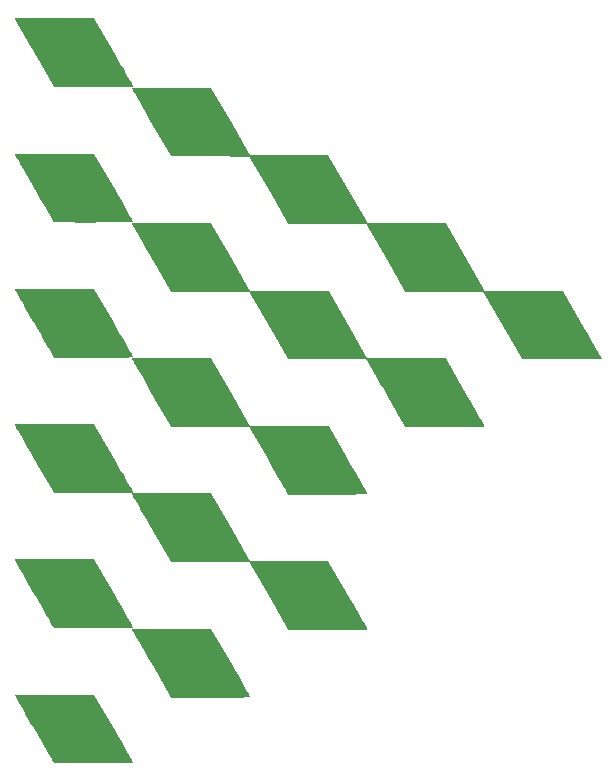
<source format=gbr>
G04 #@! TF.GenerationSoftware,KiCad,Pcbnew,(5.0.2)-1*
G04 #@! TF.CreationDate,2019-05-10T15:40:41-04:00*
G04 #@! TF.ProjectId,Business Card,42757369-6e65-4737-9320-436172642e6b,rev?*
G04 #@! TF.SameCoordinates,Original*
G04 #@! TF.FileFunction,Soldermask,Top*
G04 #@! TF.FilePolarity,Negative*
%FSLAX46Y46*%
G04 Gerber Fmt 4.6, Leading zero omitted, Abs format (unit mm)*
G04 Created by KiCad (PCBNEW (5.0.2)-1) date 5/10/2019 3:40:41 PM*
%MOMM*%
%LPD*%
G01*
G04 APERTURE LIST*
%ADD10C,0.010000*%
G04 APERTURE END LIST*
D10*
G04 #@! TO.C,G\002A\002A\002A*
G36*
X100183224Y-68498022D02*
X103510110Y-68498346D01*
X105142221Y-71326600D01*
X105344112Y-71676571D01*
X105539077Y-72014762D01*
X105725592Y-72338519D01*
X105902132Y-72645187D01*
X106067174Y-72932110D01*
X106219192Y-73196633D01*
X106356664Y-73436101D01*
X106478065Y-73647859D01*
X106581870Y-73829252D01*
X106666556Y-73977623D01*
X106730598Y-74090319D01*
X106772472Y-74164684D01*
X106790655Y-74198062D01*
X106791237Y-74199350D01*
X106791814Y-74205771D01*
X106786713Y-74211544D01*
X106773390Y-74216704D01*
X106749301Y-74221285D01*
X106711901Y-74225321D01*
X106658645Y-74228847D01*
X106586990Y-74231897D01*
X106494390Y-74234504D01*
X106378300Y-74236705D01*
X106236178Y-74238532D01*
X106065477Y-74240020D01*
X105863654Y-74241204D01*
X105628163Y-74242117D01*
X105356461Y-74242794D01*
X105046003Y-74243270D01*
X104694244Y-74243579D01*
X104298640Y-74243754D01*
X103856647Y-74243831D01*
X103491542Y-74243844D01*
X100174940Y-74243844D01*
X98564301Y-71453404D01*
X98363159Y-71104937D01*
X98168504Y-70767734D01*
X97981908Y-70444516D01*
X97804943Y-70138008D01*
X97639184Y-69850933D01*
X97486203Y-69586015D01*
X97347573Y-69345976D01*
X97224866Y-69133541D01*
X97119656Y-68951433D01*
X97033516Y-68802375D01*
X96968017Y-68689091D01*
X96924734Y-68614304D01*
X96905239Y-68580737D01*
X96905000Y-68580330D01*
X96856339Y-68497698D01*
X100183224Y-68498022D01*
X100183224Y-68498022D01*
G37*
X100183224Y-68498022D02*
X103510110Y-68498346D01*
X105142221Y-71326600D01*
X105344112Y-71676571D01*
X105539077Y-72014762D01*
X105725592Y-72338519D01*
X105902132Y-72645187D01*
X106067174Y-72932110D01*
X106219192Y-73196633D01*
X106356664Y-73436101D01*
X106478065Y-73647859D01*
X106581870Y-73829252D01*
X106666556Y-73977623D01*
X106730598Y-74090319D01*
X106772472Y-74164684D01*
X106790655Y-74198062D01*
X106791237Y-74199350D01*
X106791814Y-74205771D01*
X106786713Y-74211544D01*
X106773390Y-74216704D01*
X106749301Y-74221285D01*
X106711901Y-74225321D01*
X106658645Y-74228847D01*
X106586990Y-74231897D01*
X106494390Y-74234504D01*
X106378300Y-74236705D01*
X106236178Y-74238532D01*
X106065477Y-74240020D01*
X105863654Y-74241204D01*
X105628163Y-74242117D01*
X105356461Y-74242794D01*
X105046003Y-74243270D01*
X104694244Y-74243579D01*
X104298640Y-74243754D01*
X103856647Y-74243831D01*
X103491542Y-74243844D01*
X100174940Y-74243844D01*
X98564301Y-71453404D01*
X98363159Y-71104937D01*
X98168504Y-70767734D01*
X97981908Y-70444516D01*
X97804943Y-70138008D01*
X97639184Y-69850933D01*
X97486203Y-69586015D01*
X97347573Y-69345976D01*
X97224866Y-69133541D01*
X97119656Y-68951433D01*
X97033516Y-68802375D01*
X96968017Y-68689091D01*
X96924734Y-68614304D01*
X96905239Y-68580737D01*
X96905000Y-68580330D01*
X96856339Y-68497698D01*
X100183224Y-68498022D01*
G36*
X103510110Y-79941265D02*
X105148962Y-82784586D01*
X105351013Y-83135224D01*
X105546047Y-83473868D01*
X105732558Y-83797888D01*
X105909033Y-84104653D01*
X106073965Y-84391534D01*
X106225844Y-84655901D01*
X106363160Y-84895123D01*
X106484404Y-85106572D01*
X106588066Y-85287616D01*
X106672638Y-85435627D01*
X106736608Y-85547973D01*
X106778469Y-85622026D01*
X106796710Y-85655155D01*
X106797377Y-85656596D01*
X106773737Y-85660049D01*
X106702872Y-85663318D01*
X106588405Y-85666396D01*
X106433961Y-85669279D01*
X106243166Y-85671961D01*
X106019644Y-85674437D01*
X105767018Y-85676702D01*
X105488916Y-85678751D01*
X105188959Y-85680578D01*
X104870775Y-85682178D01*
X104537986Y-85683546D01*
X104194218Y-85684677D01*
X103843096Y-85685565D01*
X103488244Y-85686205D01*
X103133287Y-85686592D01*
X102781849Y-85686721D01*
X102437555Y-85686586D01*
X102104030Y-85686181D01*
X101784899Y-85685503D01*
X101483785Y-85684546D01*
X101204315Y-85683303D01*
X100950112Y-85681771D01*
X100724801Y-85679943D01*
X100532007Y-85677816D01*
X100375354Y-85675382D01*
X100258467Y-85672638D01*
X100184971Y-85669577D01*
X100158503Y-85666216D01*
X100132234Y-85621018D01*
X100083287Y-85536456D01*
X100013508Y-85415731D01*
X99924744Y-85262047D01*
X99818840Y-85078606D01*
X99697644Y-84868611D01*
X99563002Y-84635265D01*
X99416759Y-84381770D01*
X99260764Y-84111328D01*
X99096861Y-83827143D01*
X98926897Y-83532418D01*
X98752719Y-83230353D01*
X98576172Y-82924153D01*
X98399104Y-82617021D01*
X98223361Y-82312157D01*
X98050789Y-82012766D01*
X97883235Y-81722050D01*
X97722544Y-81443212D01*
X97570563Y-81179453D01*
X97429139Y-80933978D01*
X97300119Y-80709988D01*
X97185347Y-80510686D01*
X97086671Y-80339274D01*
X97005937Y-80198956D01*
X96944992Y-80092934D01*
X96905682Y-80024411D01*
X96889853Y-79996589D01*
X96889723Y-79996347D01*
X96859572Y-79939139D01*
X103510110Y-79941265D01*
X103510110Y-79941265D01*
G37*
X103510110Y-79941265D02*
X105148962Y-82784586D01*
X105351013Y-83135224D01*
X105546047Y-83473868D01*
X105732558Y-83797888D01*
X105909033Y-84104653D01*
X106073965Y-84391534D01*
X106225844Y-84655901D01*
X106363160Y-84895123D01*
X106484404Y-85106572D01*
X106588066Y-85287616D01*
X106672638Y-85435627D01*
X106736608Y-85547973D01*
X106778469Y-85622026D01*
X106796710Y-85655155D01*
X106797377Y-85656596D01*
X106773737Y-85660049D01*
X106702872Y-85663318D01*
X106588405Y-85666396D01*
X106433961Y-85669279D01*
X106243166Y-85671961D01*
X106019644Y-85674437D01*
X105767018Y-85676702D01*
X105488916Y-85678751D01*
X105188959Y-85680578D01*
X104870775Y-85682178D01*
X104537986Y-85683546D01*
X104194218Y-85684677D01*
X103843096Y-85685565D01*
X103488244Y-85686205D01*
X103133287Y-85686592D01*
X102781849Y-85686721D01*
X102437555Y-85686586D01*
X102104030Y-85686181D01*
X101784899Y-85685503D01*
X101483785Y-85684546D01*
X101204315Y-85683303D01*
X100950112Y-85681771D01*
X100724801Y-85679943D01*
X100532007Y-85677816D01*
X100375354Y-85675382D01*
X100258467Y-85672638D01*
X100184971Y-85669577D01*
X100158503Y-85666216D01*
X100132234Y-85621018D01*
X100083287Y-85536456D01*
X100013508Y-85415731D01*
X99924744Y-85262047D01*
X99818840Y-85078606D01*
X99697644Y-84868611D01*
X99563002Y-84635265D01*
X99416759Y-84381770D01*
X99260764Y-84111328D01*
X99096861Y-83827143D01*
X98926897Y-83532418D01*
X98752719Y-83230353D01*
X98576172Y-82924153D01*
X98399104Y-82617021D01*
X98223361Y-82312157D01*
X98050789Y-82012766D01*
X97883235Y-81722050D01*
X97722544Y-81443212D01*
X97570563Y-81179453D01*
X97429139Y-80933978D01*
X97300119Y-80709988D01*
X97185347Y-80510686D01*
X97086671Y-80339274D01*
X97005937Y-80198956D01*
X96944992Y-80092934D01*
X96905682Y-80024411D01*
X96889853Y-79996589D01*
X96889723Y-79996347D01*
X96859572Y-79939139D01*
X103510110Y-79941265D01*
G36*
X98907589Y-91385288D02*
X99277244Y-91385538D01*
X99664993Y-91385982D01*
X100067859Y-91386625D01*
X100183644Y-91386843D01*
X103505926Y-91393293D01*
X105143847Y-94228228D01*
X105346075Y-94578316D01*
X105541324Y-94916456D01*
X105728077Y-95240012D01*
X105904814Y-95546349D01*
X106070019Y-95832831D01*
X106222172Y-96096823D01*
X106359757Y-96335688D01*
X106481255Y-96546792D01*
X106585148Y-96727498D01*
X106669918Y-96875171D01*
X106734047Y-96987176D01*
X106776017Y-97060877D01*
X106794310Y-97093638D01*
X106794955Y-97094945D01*
X106787880Y-97099684D01*
X106761069Y-97103957D01*
X106712341Y-97107787D01*
X106639515Y-97111193D01*
X106540410Y-97114196D01*
X106412843Y-97116819D01*
X106254635Y-97119081D01*
X106063603Y-97121004D01*
X105837567Y-97122608D01*
X105574345Y-97123915D01*
X105271757Y-97124945D01*
X104927619Y-97125720D01*
X104539753Y-97126260D01*
X104105975Y-97126587D01*
X103624106Y-97126721D01*
X103488237Y-97126727D01*
X100168330Y-97126727D01*
X100030631Y-96891542D01*
X99975504Y-96797051D01*
X99900259Y-96667556D01*
X99806743Y-96506265D01*
X99696804Y-96316383D01*
X99572290Y-96101116D01*
X99435048Y-95863670D01*
X99286926Y-95607251D01*
X99129772Y-95335066D01*
X98965433Y-95050320D01*
X98795758Y-94756220D01*
X98622593Y-94455972D01*
X98447788Y-94152782D01*
X98273189Y-93849856D01*
X98100644Y-93550400D01*
X97932001Y-93257621D01*
X97769108Y-92974724D01*
X97613812Y-92704915D01*
X97467962Y-92451401D01*
X97333404Y-92217387D01*
X97211988Y-92006081D01*
X97105559Y-91820687D01*
X97015967Y-91664413D01*
X96945058Y-91540463D01*
X96894681Y-91452045D01*
X96866684Y-91402365D01*
X96861362Y-91392361D01*
X96886291Y-91390945D01*
X96959092Y-91389673D01*
X97076789Y-91388550D01*
X97236403Y-91387582D01*
X97434957Y-91386772D01*
X97669471Y-91386127D01*
X97936970Y-91385652D01*
X98234474Y-91385350D01*
X98559007Y-91385227D01*
X98907589Y-91385288D01*
X98907589Y-91385288D01*
G37*
X98907589Y-91385288D02*
X99277244Y-91385538D01*
X99664993Y-91385982D01*
X100067859Y-91386625D01*
X100183644Y-91386843D01*
X103505926Y-91393293D01*
X105143847Y-94228228D01*
X105346075Y-94578316D01*
X105541324Y-94916456D01*
X105728077Y-95240012D01*
X105904814Y-95546349D01*
X106070019Y-95832831D01*
X106222172Y-96096823D01*
X106359757Y-96335688D01*
X106481255Y-96546792D01*
X106585148Y-96727498D01*
X106669918Y-96875171D01*
X106734047Y-96987176D01*
X106776017Y-97060877D01*
X106794310Y-97093638D01*
X106794955Y-97094945D01*
X106787880Y-97099684D01*
X106761069Y-97103957D01*
X106712341Y-97107787D01*
X106639515Y-97111193D01*
X106540410Y-97114196D01*
X106412843Y-97116819D01*
X106254635Y-97119081D01*
X106063603Y-97121004D01*
X105837567Y-97122608D01*
X105574345Y-97123915D01*
X105271757Y-97124945D01*
X104927619Y-97125720D01*
X104539753Y-97126260D01*
X104105975Y-97126587D01*
X103624106Y-97126721D01*
X103488237Y-97126727D01*
X100168330Y-97126727D01*
X100030631Y-96891542D01*
X99975504Y-96797051D01*
X99900259Y-96667556D01*
X99806743Y-96506265D01*
X99696804Y-96316383D01*
X99572290Y-96101116D01*
X99435048Y-95863670D01*
X99286926Y-95607251D01*
X99129772Y-95335066D01*
X98965433Y-95050320D01*
X98795758Y-94756220D01*
X98622593Y-94455972D01*
X98447788Y-94152782D01*
X98273189Y-93849856D01*
X98100644Y-93550400D01*
X97932001Y-93257621D01*
X97769108Y-92974724D01*
X97613812Y-92704915D01*
X97467962Y-92451401D01*
X97333404Y-92217387D01*
X97211988Y-92006081D01*
X97105559Y-91820687D01*
X97015967Y-91664413D01*
X96945058Y-91540463D01*
X96894681Y-91452045D01*
X96866684Y-91402365D01*
X96861362Y-91392361D01*
X96886291Y-91390945D01*
X96959092Y-91389673D01*
X97076789Y-91388550D01*
X97236403Y-91387582D01*
X97434957Y-91386772D01*
X97669471Y-91386127D01*
X97936970Y-91385652D01*
X98234474Y-91385350D01*
X98559007Y-91385227D01*
X98907589Y-91385288D01*
G36*
X109017669Y-74350202D02*
X109448200Y-74350702D01*
X109926660Y-74351486D01*
X110096785Y-74351807D01*
X113421806Y-74358258D01*
X115065965Y-77205906D01*
X116710125Y-80053554D01*
X120022725Y-80066266D01*
X123335325Y-80078979D01*
X124990493Y-82945696D01*
X126645660Y-85812413D01*
X133257858Y-85812961D01*
X136558534Y-91533133D01*
X139866154Y-91533797D01*
X143173774Y-91534462D01*
X144807790Y-94367779D01*
X145009701Y-94717985D01*
X145204665Y-95056337D01*
X145391163Y-95380188D01*
X145567675Y-95686892D01*
X145732681Y-95973801D01*
X145884662Y-96238269D01*
X146022098Y-96477648D01*
X146143470Y-96689292D01*
X146247258Y-96870555D01*
X146331943Y-97018788D01*
X146396005Y-97131346D01*
X146437925Y-97205581D01*
X146456183Y-97238846D01*
X146456806Y-97240188D01*
X146455251Y-97245859D01*
X146444344Y-97250960D01*
X146421588Y-97255522D01*
X146384488Y-97259574D01*
X146330547Y-97263145D01*
X146257271Y-97266265D01*
X146162162Y-97268963D01*
X146042726Y-97271270D01*
X145896465Y-97273214D01*
X145720885Y-97274825D01*
X145513489Y-97276133D01*
X145271781Y-97277167D01*
X144993265Y-97277956D01*
X144675446Y-97278531D01*
X144315828Y-97278921D01*
X143911913Y-97279155D01*
X143461208Y-97279263D01*
X143153939Y-97279279D01*
X139836070Y-97279279D01*
X136537738Y-91559861D01*
X133230361Y-91559210D01*
X129922985Y-91558559D01*
X128272403Y-88698479D01*
X126621822Y-85838399D01*
X123315723Y-85838118D01*
X120009624Y-85837838D01*
X118354457Y-82971121D01*
X116699289Y-80104405D01*
X113386892Y-80091692D01*
X110074494Y-80078979D01*
X108436357Y-77244044D01*
X108234104Y-76893960D01*
X108038831Y-76555822D01*
X107852054Y-76232267D01*
X107675293Y-75925928D01*
X107510066Y-75639443D01*
X107357890Y-75375446D01*
X107220285Y-75136574D01*
X107098768Y-74925462D01*
X106994857Y-74744745D01*
X106910070Y-74597059D01*
X106845926Y-74485040D01*
X106803943Y-74411323D01*
X106785639Y-74378544D01*
X106784992Y-74377233D01*
X106791910Y-74372505D01*
X106818262Y-74368281D01*
X106866239Y-74364543D01*
X106938035Y-74361274D01*
X107035840Y-74358458D01*
X107161847Y-74356077D01*
X107318248Y-74354116D01*
X107507235Y-74352556D01*
X107730999Y-74351382D01*
X107991732Y-74350577D01*
X108291627Y-74350123D01*
X108632876Y-74350004D01*
X109017669Y-74350202D01*
X109017669Y-74350202D01*
G37*
X109017669Y-74350202D02*
X109448200Y-74350702D01*
X109926660Y-74351486D01*
X110096785Y-74351807D01*
X113421806Y-74358258D01*
X115065965Y-77205906D01*
X116710125Y-80053554D01*
X120022725Y-80066266D01*
X123335325Y-80078979D01*
X124990493Y-82945696D01*
X126645660Y-85812413D01*
X133257858Y-85812961D01*
X136558534Y-91533133D01*
X139866154Y-91533797D01*
X143173774Y-91534462D01*
X144807790Y-94367779D01*
X145009701Y-94717985D01*
X145204665Y-95056337D01*
X145391163Y-95380188D01*
X145567675Y-95686892D01*
X145732681Y-95973801D01*
X145884662Y-96238269D01*
X146022098Y-96477648D01*
X146143470Y-96689292D01*
X146247258Y-96870555D01*
X146331943Y-97018788D01*
X146396005Y-97131346D01*
X146437925Y-97205581D01*
X146456183Y-97238846D01*
X146456806Y-97240188D01*
X146455251Y-97245859D01*
X146444344Y-97250960D01*
X146421588Y-97255522D01*
X146384488Y-97259574D01*
X146330547Y-97263145D01*
X146257271Y-97266265D01*
X146162162Y-97268963D01*
X146042726Y-97271270D01*
X145896465Y-97273214D01*
X145720885Y-97274825D01*
X145513489Y-97276133D01*
X145271781Y-97277167D01*
X144993265Y-97277956D01*
X144675446Y-97278531D01*
X144315828Y-97278921D01*
X143911913Y-97279155D01*
X143461208Y-97279263D01*
X143153939Y-97279279D01*
X139836070Y-97279279D01*
X136537738Y-91559861D01*
X133230361Y-91559210D01*
X129922985Y-91558559D01*
X128272403Y-88698479D01*
X126621822Y-85838399D01*
X123315723Y-85838118D01*
X120009624Y-85837838D01*
X118354457Y-82971121D01*
X116699289Y-80104405D01*
X113386892Y-80091692D01*
X110074494Y-80078979D01*
X108436357Y-77244044D01*
X108234104Y-76893960D01*
X108038831Y-76555822D01*
X107852054Y-76232267D01*
X107675293Y-75925928D01*
X107510066Y-75639443D01*
X107357890Y-75375446D01*
X107220285Y-75136574D01*
X107098768Y-74925462D01*
X106994857Y-74744745D01*
X106910070Y-74597059D01*
X106845926Y-74485040D01*
X106803943Y-74411323D01*
X106785639Y-74378544D01*
X106784992Y-74377233D01*
X106791910Y-74372505D01*
X106818262Y-74368281D01*
X106866239Y-74364543D01*
X106938035Y-74361274D01*
X107035840Y-74358458D01*
X107161847Y-74356077D01*
X107318248Y-74354116D01*
X107507235Y-74352556D01*
X107730999Y-74351382D01*
X107991732Y-74350577D01*
X108291627Y-74350123D01*
X108632876Y-74350004D01*
X109017669Y-74350202D01*
G36*
X110099140Y-85812693D02*
X113426026Y-85812973D01*
X115076608Y-88673053D01*
X116727189Y-91533133D01*
X120034566Y-91533784D01*
X123341942Y-91534435D01*
X124991108Y-94394145D01*
X126640275Y-97253854D01*
X129949066Y-97254985D01*
X133257858Y-97256117D01*
X134896595Y-100099025D01*
X135098647Y-100449642D01*
X135293685Y-100788268D01*
X135480199Y-101112275D01*
X135656678Y-101419031D01*
X135821614Y-101705905D01*
X135973496Y-101970269D01*
X136110815Y-102209490D01*
X136232060Y-102420939D01*
X136335723Y-102601985D01*
X136420292Y-102749997D01*
X136484259Y-102862346D01*
X136526114Y-102936400D01*
X136544346Y-102969529D01*
X136545010Y-102970967D01*
X136533106Y-102975425D01*
X136493098Y-102979455D01*
X136423222Y-102983071D01*
X136321714Y-102986289D01*
X136186810Y-102989125D01*
X136016744Y-102991595D01*
X135809752Y-102993712D01*
X135564071Y-102995494D01*
X135277935Y-102996956D01*
X134949580Y-102998112D01*
X134577242Y-102998979D01*
X134159157Y-102999572D01*
X133693560Y-102999907D01*
X133236689Y-103000000D01*
X129918689Y-103000000D01*
X129349420Y-102014765D01*
X129244023Y-101832271D01*
X129116649Y-101611586D01*
X128970689Y-101358590D01*
X128809533Y-101079164D01*
X128636571Y-100779190D01*
X128455194Y-100464546D01*
X128268791Y-100141115D01*
X128080754Y-99814777D01*
X127894473Y-99491413D01*
X127713337Y-99176903D01*
X127700987Y-99155456D01*
X126621822Y-97281382D01*
X123313139Y-97280331D01*
X120004456Y-97279279D01*
X118355181Y-94419569D01*
X116705906Y-91559858D01*
X113398426Y-91559208D01*
X110090947Y-91558559D01*
X108480298Y-88768118D01*
X108279155Y-88419652D01*
X108084497Y-88082449D01*
X107897898Y-87759231D01*
X107720932Y-87452723D01*
X107555169Y-87165648D01*
X107402185Y-86900730D01*
X107263550Y-86660691D01*
X107140840Y-86448256D01*
X107035626Y-86266148D01*
X106949481Y-86117090D01*
X106883978Y-86003806D01*
X106840690Y-85929018D01*
X106821191Y-85895452D01*
X106820952Y-85895045D01*
X106772255Y-85812413D01*
X110099140Y-85812693D01*
X110099140Y-85812693D01*
G37*
X110099140Y-85812693D02*
X113426026Y-85812973D01*
X115076608Y-88673053D01*
X116727189Y-91533133D01*
X120034566Y-91533784D01*
X123341942Y-91534435D01*
X124991108Y-94394145D01*
X126640275Y-97253854D01*
X129949066Y-97254985D01*
X133257858Y-97256117D01*
X134896595Y-100099025D01*
X135098647Y-100449642D01*
X135293685Y-100788268D01*
X135480199Y-101112275D01*
X135656678Y-101419031D01*
X135821614Y-101705905D01*
X135973496Y-101970269D01*
X136110815Y-102209490D01*
X136232060Y-102420939D01*
X136335723Y-102601985D01*
X136420292Y-102749997D01*
X136484259Y-102862346D01*
X136526114Y-102936400D01*
X136544346Y-102969529D01*
X136545010Y-102970967D01*
X136533106Y-102975425D01*
X136493098Y-102979455D01*
X136423222Y-102983071D01*
X136321714Y-102986289D01*
X136186810Y-102989125D01*
X136016744Y-102991595D01*
X135809752Y-102993712D01*
X135564071Y-102995494D01*
X135277935Y-102996956D01*
X134949580Y-102998112D01*
X134577242Y-102998979D01*
X134159157Y-102999572D01*
X133693560Y-102999907D01*
X133236689Y-103000000D01*
X129918689Y-103000000D01*
X129349420Y-102014765D01*
X129244023Y-101832271D01*
X129116649Y-101611586D01*
X128970689Y-101358590D01*
X128809533Y-101079164D01*
X128636571Y-100779190D01*
X128455194Y-100464546D01*
X128268791Y-100141115D01*
X128080754Y-99814777D01*
X127894473Y-99491413D01*
X127713337Y-99176903D01*
X127700987Y-99155456D01*
X126621822Y-97281382D01*
X123313139Y-97280331D01*
X120004456Y-97279279D01*
X118355181Y-94419569D01*
X116705906Y-91559858D01*
X113398426Y-91559208D01*
X110090947Y-91558559D01*
X108480298Y-88768118D01*
X108279155Y-88419652D01*
X108084497Y-88082449D01*
X107897898Y-87759231D01*
X107720932Y-87452723D01*
X107555169Y-87165648D01*
X107402185Y-86900730D01*
X107263550Y-86660691D01*
X107140840Y-86448256D01*
X107035626Y-86266148D01*
X106949481Y-86117090D01*
X106883978Y-86003806D01*
X106840690Y-85929018D01*
X106821191Y-85895452D01*
X106820952Y-85895045D01*
X106772255Y-85812413D01*
X110099140Y-85812693D01*
G36*
X100184264Y-102847676D02*
X103510110Y-102847905D01*
X105142199Y-105676255D01*
X105344086Y-106026233D01*
X105539047Y-106364432D01*
X105725558Y-106688197D01*
X105902096Y-106994873D01*
X106067135Y-107281803D01*
X106219153Y-107546334D01*
X106356624Y-107785809D01*
X106478025Y-107997574D01*
X106581832Y-108178974D01*
X106666520Y-108327352D01*
X106730566Y-108440055D01*
X106772444Y-108514426D01*
X106790633Y-108547810D01*
X106791216Y-108549099D01*
X106791796Y-108555520D01*
X106786698Y-108561294D01*
X106773378Y-108566454D01*
X106749291Y-108571035D01*
X106711894Y-108575071D01*
X106658640Y-108578597D01*
X106586986Y-108581647D01*
X106494388Y-108584254D01*
X106378300Y-108586455D01*
X106236179Y-108588282D01*
X106065479Y-108589770D01*
X105863656Y-108590953D01*
X105628166Y-108591867D01*
X105356464Y-108592544D01*
X105046006Y-108593020D01*
X104694246Y-108593328D01*
X104298642Y-108593504D01*
X103856647Y-108593580D01*
X103491607Y-108593594D01*
X100175071Y-108593594D01*
X98600849Y-105868083D01*
X98401153Y-105522327D01*
X98207444Y-105186906D01*
X98021363Y-104864663D01*
X97844551Y-104558442D01*
X97678650Y-104271087D01*
X97525301Y-104005441D01*
X97386145Y-103764349D01*
X97262824Y-103550654D01*
X97156978Y-103367199D01*
X97070251Y-103216829D01*
X97004282Y-103102387D01*
X96960714Y-103026717D01*
X96942522Y-102995010D01*
X96858417Y-102847448D01*
X100184264Y-102847676D01*
X100184264Y-102847676D01*
G37*
X100184264Y-102847676D02*
X103510110Y-102847905D01*
X105142199Y-105676255D01*
X105344086Y-106026233D01*
X105539047Y-106364432D01*
X105725558Y-106688197D01*
X105902096Y-106994873D01*
X106067135Y-107281803D01*
X106219153Y-107546334D01*
X106356624Y-107785809D01*
X106478025Y-107997574D01*
X106581832Y-108178974D01*
X106666520Y-108327352D01*
X106730566Y-108440055D01*
X106772444Y-108514426D01*
X106790633Y-108547810D01*
X106791216Y-108549099D01*
X106791796Y-108555520D01*
X106786698Y-108561294D01*
X106773378Y-108566454D01*
X106749291Y-108571035D01*
X106711894Y-108575071D01*
X106658640Y-108578597D01*
X106586986Y-108581647D01*
X106494388Y-108584254D01*
X106378300Y-108586455D01*
X106236179Y-108588282D01*
X106065479Y-108589770D01*
X105863656Y-108590953D01*
X105628166Y-108591867D01*
X105356464Y-108592544D01*
X105046006Y-108593020D01*
X104694246Y-108593328D01*
X104298642Y-108593504D01*
X103856647Y-108593580D01*
X103491607Y-108593594D01*
X100175071Y-108593594D01*
X98600849Y-105868083D01*
X98401153Y-105522327D01*
X98207444Y-105186906D01*
X98021363Y-104864663D01*
X97844551Y-104558442D01*
X97678650Y-104271087D01*
X97525301Y-104005441D01*
X97386145Y-103764349D01*
X97262824Y-103550654D01*
X97156978Y-103367199D01*
X97070251Y-103216829D01*
X97004282Y-103102387D01*
X96960714Y-103026717D01*
X96942522Y-102995010D01*
X96858417Y-102847448D01*
X100184264Y-102847676D01*
G36*
X110099464Y-97254928D02*
X113426026Y-97256001D01*
X115070493Y-100108932D01*
X116714959Y-102961862D01*
X120027626Y-102974575D01*
X123340294Y-102987287D01*
X124986161Y-105834935D01*
X125188707Y-106185506D01*
X125384111Y-106523964D01*
X125570870Y-106847696D01*
X125747483Y-107154089D01*
X125912449Y-107440530D01*
X126064265Y-107704406D01*
X126201432Y-107943103D01*
X126322448Y-108154010D01*
X126425810Y-108334512D01*
X126510018Y-108481996D01*
X126573571Y-108593850D01*
X126614966Y-108667461D01*
X126632703Y-108700215D01*
X126633281Y-108701652D01*
X126608508Y-108703987D01*
X126535862Y-108706240D01*
X126418323Y-108708394D01*
X126258867Y-108710432D01*
X126060474Y-108712336D01*
X125826122Y-108714089D01*
X125558790Y-108715675D01*
X125261455Y-108717076D01*
X124937096Y-108718275D01*
X124588692Y-108719255D01*
X124219220Y-108719999D01*
X123831659Y-108720490D01*
X123428988Y-108720710D01*
X123316734Y-108720721D01*
X119998933Y-108720721D01*
X119922976Y-108587237D01*
X119900772Y-108548547D01*
X119854765Y-108468652D01*
X119786585Y-108350381D01*
X119697865Y-108196562D01*
X119590237Y-108010022D01*
X119465333Y-107793589D01*
X119324786Y-107550091D01*
X119170227Y-107282355D01*
X119003288Y-106993210D01*
X118825603Y-106685483D01*
X118638803Y-106362001D01*
X118444519Y-106025593D01*
X118275661Y-105733233D01*
X116704304Y-103012713D01*
X113391857Y-103000000D01*
X110079411Y-102987287D01*
X108515415Y-100279480D01*
X108316237Y-99934599D01*
X108122969Y-99599883D01*
X107937266Y-99278202D01*
X107760783Y-98972425D01*
X107595175Y-98685421D01*
X107442096Y-98420060D01*
X107303202Y-98179212D01*
X107180147Y-97965745D01*
X107074586Y-97782530D01*
X106988175Y-97632435D01*
X106922567Y-97518331D01*
X106879417Y-97443086D01*
X106862160Y-97412763D01*
X106772901Y-97253854D01*
X110099464Y-97254928D01*
X110099464Y-97254928D01*
G37*
X110099464Y-97254928D02*
X113426026Y-97256001D01*
X115070493Y-100108932D01*
X116714959Y-102961862D01*
X120027626Y-102974575D01*
X123340294Y-102987287D01*
X124986161Y-105834935D01*
X125188707Y-106185506D01*
X125384111Y-106523964D01*
X125570870Y-106847696D01*
X125747483Y-107154089D01*
X125912449Y-107440530D01*
X126064265Y-107704406D01*
X126201432Y-107943103D01*
X126322448Y-108154010D01*
X126425810Y-108334512D01*
X126510018Y-108481996D01*
X126573571Y-108593850D01*
X126614966Y-108667461D01*
X126632703Y-108700215D01*
X126633281Y-108701652D01*
X126608508Y-108703987D01*
X126535862Y-108706240D01*
X126418323Y-108708394D01*
X126258867Y-108710432D01*
X126060474Y-108712336D01*
X125826122Y-108714089D01*
X125558790Y-108715675D01*
X125261455Y-108717076D01*
X124937096Y-108718275D01*
X124588692Y-108719255D01*
X124219220Y-108719999D01*
X123831659Y-108720490D01*
X123428988Y-108720710D01*
X123316734Y-108720721D01*
X119998933Y-108720721D01*
X119922976Y-108587237D01*
X119900772Y-108548547D01*
X119854765Y-108468652D01*
X119786585Y-108350381D01*
X119697865Y-108196562D01*
X119590237Y-108010022D01*
X119465333Y-107793589D01*
X119324786Y-107550091D01*
X119170227Y-107282355D01*
X119003288Y-106993210D01*
X118825603Y-106685483D01*
X118638803Y-106362001D01*
X118444519Y-106025593D01*
X118275661Y-105733233D01*
X116704304Y-103012713D01*
X113391857Y-103000000D01*
X110079411Y-102987287D01*
X108515415Y-100279480D01*
X108316237Y-99934599D01*
X108122969Y-99599883D01*
X107937266Y-99278202D01*
X107760783Y-98972425D01*
X107595175Y-98685421D01*
X107442096Y-98420060D01*
X107303202Y-98179212D01*
X107180147Y-97965745D01*
X107074586Y-97782530D01*
X106988175Y-97632435D01*
X106922567Y-97518331D01*
X106879417Y-97443086D01*
X106862160Y-97412763D01*
X106772901Y-97253854D01*
X110099464Y-97254928D01*
G36*
X100184841Y-114289979D02*
X103510110Y-114291068D01*
X105156407Y-117146894D01*
X105358755Y-117498028D01*
X105553959Y-117837005D01*
X105740523Y-118161216D01*
X105916953Y-118468051D01*
X106081754Y-118754904D01*
X106233430Y-119019165D01*
X106370486Y-119258226D01*
X106491426Y-119469480D01*
X106594756Y-119650316D01*
X106678981Y-119798128D01*
X106742605Y-119910307D01*
X106784134Y-119984244D01*
X106802071Y-120017332D01*
X106802703Y-120018877D01*
X106777883Y-120021248D01*
X106705845Y-120023421D01*
X106590221Y-120025399D01*
X106434643Y-120027183D01*
X106242744Y-120028774D01*
X106018156Y-120030174D01*
X105764511Y-120031385D01*
X105485442Y-120032408D01*
X105184580Y-120033245D01*
X104865558Y-120033897D01*
X104532008Y-120034367D01*
X104187563Y-120034655D01*
X103835855Y-120034763D01*
X103480515Y-120034693D01*
X103125177Y-120034447D01*
X102773473Y-120034025D01*
X102429034Y-120033430D01*
X102095493Y-120032663D01*
X101776483Y-120031726D01*
X101475636Y-120030621D01*
X101196583Y-120029348D01*
X100942958Y-120027910D01*
X100718392Y-120026308D01*
X100526517Y-120024543D01*
X100370967Y-120022618D01*
X100255373Y-120020534D01*
X100183368Y-120018292D01*
X100158603Y-120015966D01*
X100113047Y-119937315D01*
X100046356Y-119821978D01*
X99960371Y-119673147D01*
X99856934Y-119494014D01*
X99737885Y-119287774D01*
X99605065Y-119057618D01*
X99460314Y-118806739D01*
X99305473Y-118538331D01*
X99142384Y-118255586D01*
X98972886Y-117961696D01*
X98798820Y-117659855D01*
X98622028Y-117353255D01*
X98444350Y-117045089D01*
X98267626Y-116738551D01*
X98093698Y-116436832D01*
X97924407Y-116143125D01*
X97761592Y-115860624D01*
X97607095Y-115592521D01*
X97462756Y-115342009D01*
X97330417Y-115112281D01*
X97211918Y-114906529D01*
X97109099Y-114727947D01*
X97023802Y-114579726D01*
X96957867Y-114465061D01*
X96913135Y-114387143D01*
X96891447Y-114349165D01*
X96889740Y-114346096D01*
X96859572Y-114288889D01*
X100184841Y-114289979D01*
X100184841Y-114289979D01*
G37*
X100184841Y-114289979D02*
X103510110Y-114291068D01*
X105156407Y-117146894D01*
X105358755Y-117498028D01*
X105553959Y-117837005D01*
X105740523Y-118161216D01*
X105916953Y-118468051D01*
X106081754Y-118754904D01*
X106233430Y-119019165D01*
X106370486Y-119258226D01*
X106491426Y-119469480D01*
X106594756Y-119650316D01*
X106678981Y-119798128D01*
X106742605Y-119910307D01*
X106784134Y-119984244D01*
X106802071Y-120017332D01*
X106802703Y-120018877D01*
X106777883Y-120021248D01*
X106705845Y-120023421D01*
X106590221Y-120025399D01*
X106434643Y-120027183D01*
X106242744Y-120028774D01*
X106018156Y-120030174D01*
X105764511Y-120031385D01*
X105485442Y-120032408D01*
X105184580Y-120033245D01*
X104865558Y-120033897D01*
X104532008Y-120034367D01*
X104187563Y-120034655D01*
X103835855Y-120034763D01*
X103480515Y-120034693D01*
X103125177Y-120034447D01*
X102773473Y-120034025D01*
X102429034Y-120033430D01*
X102095493Y-120032663D01*
X101776483Y-120031726D01*
X101475636Y-120030621D01*
X101196583Y-120029348D01*
X100942958Y-120027910D01*
X100718392Y-120026308D01*
X100526517Y-120024543D01*
X100370967Y-120022618D01*
X100255373Y-120020534D01*
X100183368Y-120018292D01*
X100158603Y-120015966D01*
X100113047Y-119937315D01*
X100046356Y-119821978D01*
X99960371Y-119673147D01*
X99856934Y-119494014D01*
X99737885Y-119287774D01*
X99605065Y-119057618D01*
X99460314Y-118806739D01*
X99305473Y-118538331D01*
X99142384Y-118255586D01*
X98972886Y-117961696D01*
X98798820Y-117659855D01*
X98622028Y-117353255D01*
X98444350Y-117045089D01*
X98267626Y-116738551D01*
X98093698Y-116436832D01*
X97924407Y-116143125D01*
X97761592Y-115860624D01*
X97607095Y-115592521D01*
X97462756Y-115342009D01*
X97330417Y-115112281D01*
X97211918Y-114906529D01*
X97109099Y-114727947D01*
X97023802Y-114579726D01*
X96957867Y-114465061D01*
X96913135Y-114387143D01*
X96891447Y-114349165D01*
X96889740Y-114346096D01*
X96859572Y-114288889D01*
X100184841Y-114289979D01*
G36*
X108823504Y-108699961D02*
X109193159Y-108700232D01*
X109580908Y-108700690D01*
X109983773Y-108701339D01*
X110099548Y-108701557D01*
X113421818Y-108708008D01*
X115066192Y-111555656D01*
X116710566Y-114403303D01*
X123335262Y-114428729D01*
X124984899Y-117285702D01*
X125187613Y-117636950D01*
X125383173Y-117976131D01*
X125570080Y-118300634D01*
X125746837Y-118607845D01*
X125911948Y-118895149D01*
X126063915Y-119159935D01*
X126201241Y-119399588D01*
X126322428Y-119611495D01*
X126425979Y-119793043D01*
X126510398Y-119941618D01*
X126574187Y-120054607D01*
X126615848Y-120129397D01*
X126633885Y-120163374D01*
X126634535Y-120165132D01*
X126609540Y-120168061D01*
X126536277Y-120170854D01*
X126417330Y-120173494D01*
X126255280Y-120175962D01*
X126052712Y-120178242D01*
X125812207Y-120180316D01*
X125536349Y-120182166D01*
X125227721Y-120183774D01*
X124888906Y-120185124D01*
X124522486Y-120186198D01*
X124131044Y-120186978D01*
X123717164Y-120187446D01*
X123322175Y-120187588D01*
X120009816Y-120187588D01*
X118354570Y-117320871D01*
X116699323Y-114454154D01*
X113386822Y-114441442D01*
X110074320Y-114428729D01*
X108425799Y-111573347D01*
X108223227Y-111222388D01*
X108027805Y-110883647D01*
X107841028Y-110559727D01*
X107664394Y-110253227D01*
X107499398Y-109966751D01*
X107347536Y-109702900D01*
X107210304Y-109464276D01*
X107089199Y-109253480D01*
X106985716Y-109073114D01*
X106901351Y-108925780D01*
X106837601Y-108814080D01*
X106795962Y-108740614D01*
X106777929Y-108707986D01*
X106777277Y-108706535D01*
X106802206Y-108705185D01*
X106875008Y-108703977D01*
X106992705Y-108702915D01*
X107152319Y-108702005D01*
X107350872Y-108701249D01*
X107585387Y-108700654D01*
X107852886Y-108700223D01*
X108150390Y-108699961D01*
X108474922Y-108699872D01*
X108823504Y-108699961D01*
X108823504Y-108699961D01*
G37*
X108823504Y-108699961D02*
X109193159Y-108700232D01*
X109580908Y-108700690D01*
X109983773Y-108701339D01*
X110099548Y-108701557D01*
X113421818Y-108708008D01*
X115066192Y-111555656D01*
X116710566Y-114403303D01*
X123335262Y-114428729D01*
X124984899Y-117285702D01*
X125187613Y-117636950D01*
X125383173Y-117976131D01*
X125570080Y-118300634D01*
X125746837Y-118607845D01*
X125911948Y-118895149D01*
X126063915Y-119159935D01*
X126201241Y-119399588D01*
X126322428Y-119611495D01*
X126425979Y-119793043D01*
X126510398Y-119941618D01*
X126574187Y-120054607D01*
X126615848Y-120129397D01*
X126633885Y-120163374D01*
X126634535Y-120165132D01*
X126609540Y-120168061D01*
X126536277Y-120170854D01*
X126417330Y-120173494D01*
X126255280Y-120175962D01*
X126052712Y-120178242D01*
X125812207Y-120180316D01*
X125536349Y-120182166D01*
X125227721Y-120183774D01*
X124888906Y-120185124D01*
X124522486Y-120186198D01*
X124131044Y-120186978D01*
X123717164Y-120187446D01*
X123322175Y-120187588D01*
X120009816Y-120187588D01*
X118354570Y-117320871D01*
X116699323Y-114454154D01*
X113386822Y-114441442D01*
X110074320Y-114428729D01*
X108425799Y-111573347D01*
X108223227Y-111222388D01*
X108027805Y-110883647D01*
X107841028Y-110559727D01*
X107664394Y-110253227D01*
X107499398Y-109966751D01*
X107347536Y-109702900D01*
X107210304Y-109464276D01*
X107089199Y-109253480D01*
X106985716Y-109073114D01*
X106901351Y-108925780D01*
X106837601Y-108814080D01*
X106795962Y-108740614D01*
X106777929Y-108707986D01*
X106777277Y-108706535D01*
X106802206Y-108705185D01*
X106875008Y-108703977D01*
X106992705Y-108702915D01*
X107152319Y-108702005D01*
X107350872Y-108701249D01*
X107585387Y-108700654D01*
X107852886Y-108700223D01*
X108150390Y-108699961D01*
X108474922Y-108699872D01*
X108823504Y-108699961D01*
G36*
X110100840Y-120162391D02*
X113426026Y-120162620D01*
X115058115Y-122990970D01*
X115260002Y-123340948D01*
X115454963Y-123679147D01*
X115641474Y-124002912D01*
X115818012Y-124309587D01*
X115983051Y-124596518D01*
X116135069Y-124861049D01*
X116272540Y-125100524D01*
X116393941Y-125312289D01*
X116497748Y-125493689D01*
X116582436Y-125642067D01*
X116646481Y-125754769D01*
X116688360Y-125829140D01*
X116706548Y-125862525D01*
X116707132Y-125863814D01*
X116707712Y-125870235D01*
X116702614Y-125876009D01*
X116689294Y-125881169D01*
X116665207Y-125885750D01*
X116627809Y-125889786D01*
X116574555Y-125893312D01*
X116502900Y-125896362D01*
X116410300Y-125898969D01*
X116294211Y-125901170D01*
X116152088Y-125902997D01*
X115981386Y-125904485D01*
X115779560Y-125905668D01*
X115544067Y-125906582D01*
X115272361Y-125907259D01*
X114961898Y-125907735D01*
X114610134Y-125908043D01*
X114214524Y-125908218D01*
X113772523Y-125908295D01*
X113407626Y-125908308D01*
X110091194Y-125908308D01*
X108466017Y-123094926D01*
X108264221Y-122745566D01*
X108069137Y-122407779D01*
X107882315Y-122084247D01*
X107705300Y-121777652D01*
X107539640Y-121490674D01*
X107386883Y-121225996D01*
X107248575Y-120986298D01*
X107126264Y-120774263D01*
X107021497Y-120592571D01*
X106935820Y-120443905D01*
X106870782Y-120330945D01*
X106827930Y-120256373D01*
X106808810Y-120222871D01*
X106808247Y-120221853D01*
X106775653Y-120162162D01*
X110100840Y-120162391D01*
X110100840Y-120162391D01*
G37*
X110100840Y-120162391D02*
X113426026Y-120162620D01*
X115058115Y-122990970D01*
X115260002Y-123340948D01*
X115454963Y-123679147D01*
X115641474Y-124002912D01*
X115818012Y-124309587D01*
X115983051Y-124596518D01*
X116135069Y-124861049D01*
X116272540Y-125100524D01*
X116393941Y-125312289D01*
X116497748Y-125493689D01*
X116582436Y-125642067D01*
X116646481Y-125754769D01*
X116688360Y-125829140D01*
X116706548Y-125862525D01*
X116707132Y-125863814D01*
X116707712Y-125870235D01*
X116702614Y-125876009D01*
X116689294Y-125881169D01*
X116665207Y-125885750D01*
X116627809Y-125889786D01*
X116574555Y-125893312D01*
X116502900Y-125896362D01*
X116410300Y-125898969D01*
X116294211Y-125901170D01*
X116152088Y-125902997D01*
X115981386Y-125904485D01*
X115779560Y-125905668D01*
X115544067Y-125906582D01*
X115272361Y-125907259D01*
X114961898Y-125907735D01*
X114610134Y-125908043D01*
X114214524Y-125908218D01*
X113772523Y-125908295D01*
X113407626Y-125908308D01*
X110091194Y-125908308D01*
X108466017Y-123094926D01*
X108264221Y-122745566D01*
X108069137Y-122407779D01*
X107882315Y-122084247D01*
X107705300Y-121777652D01*
X107539640Y-121490674D01*
X107386883Y-121225996D01*
X107248575Y-120986298D01*
X107126264Y-120774263D01*
X107021497Y-120592571D01*
X106935820Y-120443905D01*
X106870782Y-120330945D01*
X106827930Y-120256373D01*
X106808810Y-120222871D01*
X106808247Y-120221853D01*
X106775653Y-120162162D01*
X110100840Y-120162391D01*
G36*
X98907606Y-125735029D02*
X99277267Y-125735283D01*
X99665023Y-125735730D01*
X100067897Y-125736374D01*
X100183871Y-125736592D01*
X103506381Y-125743043D01*
X105144127Y-128577978D01*
X105346336Y-128928070D01*
X105541565Y-129266214D01*
X105728298Y-129589774D01*
X105905016Y-129896114D01*
X106070201Y-130182598D01*
X106222336Y-130446591D01*
X106359902Y-130685457D01*
X106481382Y-130896561D01*
X106585258Y-131077266D01*
X106670012Y-131224938D01*
X106734127Y-131336939D01*
X106776083Y-131410635D01*
X106794365Y-131443390D01*
X106795008Y-131444695D01*
X106787924Y-131449434D01*
X106761105Y-131453707D01*
X106712367Y-131457536D01*
X106639531Y-131460942D01*
X106540415Y-131463946D01*
X106412837Y-131466569D01*
X106254617Y-131468831D01*
X106063574Y-131470754D01*
X105837525Y-131472358D01*
X105574290Y-131473665D01*
X105271687Y-131474695D01*
X104927536Y-131475470D01*
X104539654Y-131476010D01*
X104105861Y-131476337D01*
X103623976Y-131476471D01*
X103488237Y-131476477D01*
X100168330Y-131476477D01*
X100030658Y-131241291D01*
X99975461Y-131146664D01*
X99900151Y-131017045D01*
X99806577Y-130855641D01*
X99696587Y-130665658D01*
X99572027Y-130450301D01*
X99434746Y-130212777D01*
X99286591Y-129956292D01*
X99129409Y-129684051D01*
X98965049Y-129399261D01*
X98795358Y-129105127D01*
X98622184Y-128804855D01*
X98447374Y-128501652D01*
X98272775Y-128198722D01*
X98100236Y-127899273D01*
X97931604Y-127606510D01*
X97768727Y-127323639D01*
X97613452Y-127053866D01*
X97467627Y-126800397D01*
X97333099Y-126566438D01*
X97211716Y-126355194D01*
X97105326Y-126169872D01*
X97015777Y-126013678D01*
X96944915Y-125889818D01*
X96894589Y-125801497D01*
X96866646Y-125751922D01*
X96861362Y-125741994D01*
X96886291Y-125740592D01*
X96959093Y-125739334D01*
X97076790Y-125738224D01*
X97236404Y-125737268D01*
X97434959Y-125736471D01*
X97669475Y-125735837D01*
X97936976Y-125735370D01*
X98234483Y-125735077D01*
X98559019Y-125734962D01*
X98907606Y-125735029D01*
X98907606Y-125735029D01*
G37*
X98907606Y-125735029D02*
X99277267Y-125735283D01*
X99665023Y-125735730D01*
X100067897Y-125736374D01*
X100183871Y-125736592D01*
X103506381Y-125743043D01*
X105144127Y-128577978D01*
X105346336Y-128928070D01*
X105541565Y-129266214D01*
X105728298Y-129589774D01*
X105905016Y-129896114D01*
X106070201Y-130182598D01*
X106222336Y-130446591D01*
X106359902Y-130685457D01*
X106481382Y-130896561D01*
X106585258Y-131077266D01*
X106670012Y-131224938D01*
X106734127Y-131336939D01*
X106776083Y-131410635D01*
X106794365Y-131443390D01*
X106795008Y-131444695D01*
X106787924Y-131449434D01*
X106761105Y-131453707D01*
X106712367Y-131457536D01*
X106639531Y-131460942D01*
X106540415Y-131463946D01*
X106412837Y-131466569D01*
X106254617Y-131468831D01*
X106063574Y-131470754D01*
X105837525Y-131472358D01*
X105574290Y-131473665D01*
X105271687Y-131474695D01*
X104927536Y-131475470D01*
X104539654Y-131476010D01*
X104105861Y-131476337D01*
X103623976Y-131476471D01*
X103488237Y-131476477D01*
X100168330Y-131476477D01*
X100030658Y-131241291D01*
X99975461Y-131146664D01*
X99900151Y-131017045D01*
X99806577Y-130855641D01*
X99696587Y-130665658D01*
X99572027Y-130450301D01*
X99434746Y-130212777D01*
X99286591Y-129956292D01*
X99129409Y-129684051D01*
X98965049Y-129399261D01*
X98795358Y-129105127D01*
X98622184Y-128804855D01*
X98447374Y-128501652D01*
X98272775Y-128198722D01*
X98100236Y-127899273D01*
X97931604Y-127606510D01*
X97768727Y-127323639D01*
X97613452Y-127053866D01*
X97467627Y-126800397D01*
X97333099Y-126566438D01*
X97211716Y-126355194D01*
X97105326Y-126169872D01*
X97015777Y-126013678D01*
X96944915Y-125889818D01*
X96894589Y-125801497D01*
X96866646Y-125751922D01*
X96861362Y-125741994D01*
X96886291Y-125740592D01*
X96959093Y-125739334D01*
X97076790Y-125738224D01*
X97236404Y-125737268D01*
X97434959Y-125736471D01*
X97669475Y-125735837D01*
X97936976Y-125735370D01*
X98234483Y-125735077D01*
X98559019Y-125734962D01*
X98907606Y-125735029D01*
M02*

</source>
